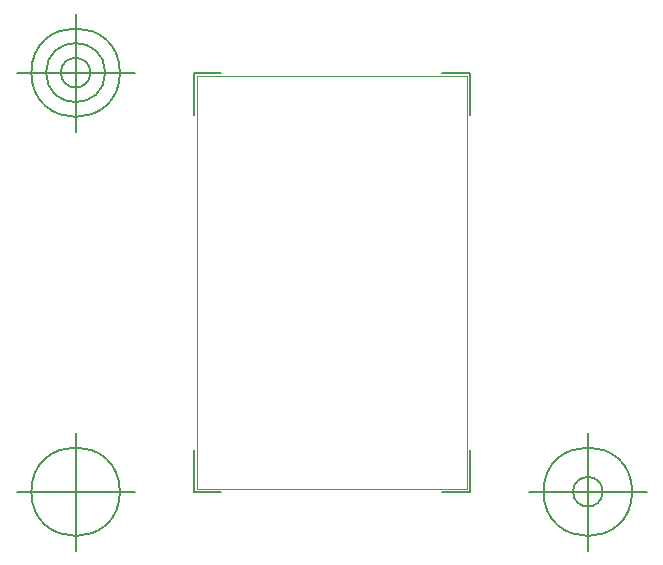
<source format=gbr>
G04 Generated by Ultiboard 14.2 *
%FSLAX34Y34*%
%MOMM*%

%ADD10C,0.0001*%
%ADD11C,0.0010*%
%ADD12C,0.1270*%


G04 ColorRGB 00FFFF for the following layer *
%LNBoard Outline*%
%LPD*%
G54D10*
G54D11*
X0Y650240D02*
X228600Y650240D01*
X228600Y1000000D01*
X0Y1000000D01*
X0Y650240D01*
G54D12*
X-2540Y647700D02*
X-2540Y683184D01*
X-2540Y647700D02*
X20828Y647700D01*
X231140Y647700D02*
X207772Y647700D01*
X231140Y647700D02*
X231140Y683184D01*
X231140Y1002540D02*
X231140Y967056D01*
X231140Y1002540D02*
X207772Y1002540D01*
X-2540Y1002540D02*
X20828Y1002540D01*
X-2540Y1002540D02*
X-2540Y967056D01*
X-52540Y647700D02*
X-152540Y647700D01*
X-102540Y597700D02*
X-102540Y697700D01*
X-140040Y647700D02*
G75*
D01*
G02X-140040Y647700I37500J0*
G01*
X281140Y647700D02*
X381140Y647700D01*
X331140Y597700D02*
X331140Y697700D01*
X293640Y647700D02*
G75*
D01*
G02X293640Y647700I37500J0*
G01*
X318640Y647700D02*
G75*
D01*
G02X318640Y647700I12500J0*
G01*
X-52540Y1002540D02*
X-152540Y1002540D01*
X-102540Y952540D02*
X-102540Y1052540D01*
X-140040Y1002540D02*
G75*
D01*
G02X-140040Y1002540I37500J0*
G01*
X-127540Y1002540D02*
G75*
D01*
G02X-127540Y1002540I25000J0*
G01*
X-115040Y1002540D02*
G75*
D01*
G02X-115040Y1002540I12500J0*
G01*

M02*

</source>
